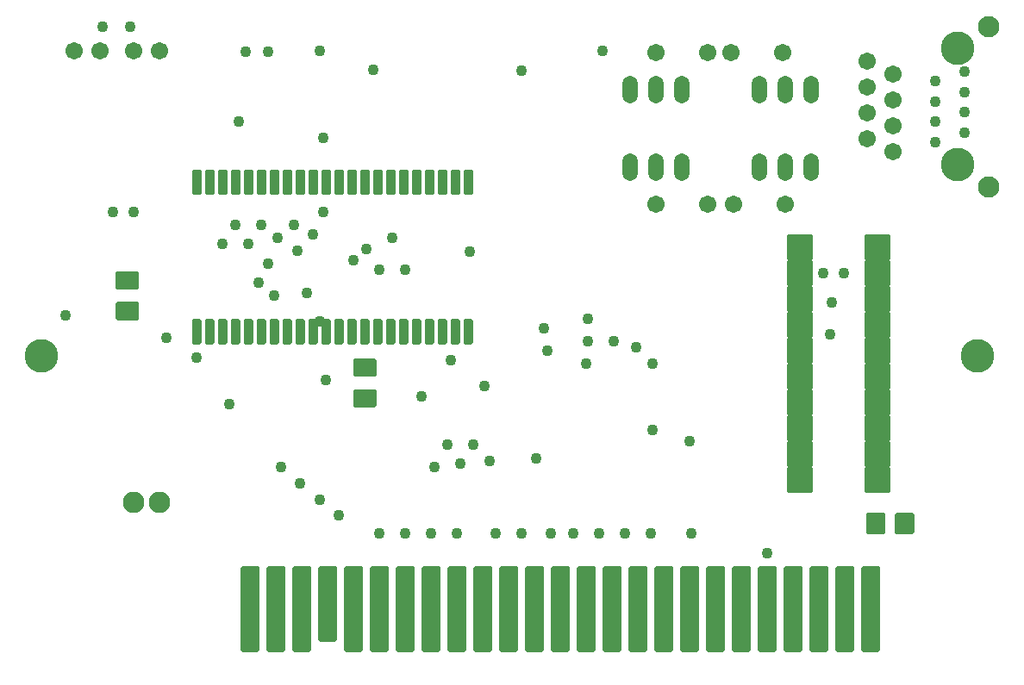
<source format=gbr>
%TF.GenerationSoftware,KiCad,Pcbnew,5.1.8-4.fc33*%
%TF.CreationDate,2021-01-04T09:43:00+01:00*%
%TF.ProjectId,obsonet_1,6f62736f-6e65-4745-9f31-2e6b69636164,rev?*%
%TF.SameCoordinates,Original*%
%TF.FileFunction,Soldermask,Top*%
%TF.FilePolarity,Negative*%
%FSLAX46Y46*%
G04 Gerber Fmt 4.6, Leading zero omitted, Abs format (unit mm)*
G04 Created by KiCad (PCBNEW 5.1.8-4.fc33) date 2021-01-04 09:43:00*
%MOMM*%
%LPD*%
G01*
G04 APERTURE LIST*
%ADD10C,2.104800*%
%ADD11C,2.100000*%
%ADD12C,3.300000*%
%ADD13C,1.712800*%
%ADD14O,1.512800X2.720800*%
%ADD15C,1.106400*%
G04 APERTURE END LIST*
%TO.C,C2*%
G36*
G01*
X109956200Y-101693200D02*
X111956200Y-101693200D01*
G75*
G02*
X112108600Y-101845600I0J-152400D01*
G01*
X112108600Y-103345600D01*
G75*
G02*
X111956200Y-103498000I-152400J0D01*
G01*
X109956200Y-103498000D01*
G75*
G02*
X109803800Y-103345600I0J152400D01*
G01*
X109803800Y-101845600D01*
G75*
G02*
X109956200Y-101693200I152400J0D01*
G01*
G37*
G36*
G01*
X109956200Y-98693200D02*
X111956200Y-98693200D01*
G75*
G02*
X112108600Y-98845600I0J-152400D01*
G01*
X112108600Y-100345600D01*
G75*
G02*
X111956200Y-100498000I-152400J0D01*
G01*
X109956200Y-100498000D01*
G75*
G02*
X109803800Y-100345600I0J152400D01*
G01*
X109803800Y-98845600D01*
G75*
G02*
X109956200Y-98693200I152400J0D01*
G01*
G37*
%TD*%
%TO.C,C3*%
G36*
G01*
X135292400Y-109070500D02*
X133292400Y-109070500D01*
G75*
G02*
X133140000Y-108918100I0J152400D01*
G01*
X133140000Y-107418100D01*
G75*
G02*
X133292400Y-107265700I152400J0D01*
G01*
X135292400Y-107265700D01*
G75*
G02*
X135444800Y-107418100I0J-152400D01*
G01*
X135444800Y-108918100D01*
G75*
G02*
X135292400Y-109070500I-152400J0D01*
G01*
G37*
G36*
G01*
X135292400Y-112070500D02*
X133292400Y-112070500D01*
G75*
G02*
X133140000Y-111918100I0J152400D01*
G01*
X133140000Y-110418100D01*
G75*
G02*
X133292400Y-110265700I152400J0D01*
G01*
X135292400Y-110265700D01*
G75*
G02*
X135444800Y-110418100I0J-152400D01*
G01*
X135444800Y-111918100D01*
G75*
G02*
X135292400Y-112070500I-152400J0D01*
G01*
G37*
%TD*%
D10*
%TO.C,C6*%
X111591100Y-121415600D03*
X114131100Y-121415600D03*
%TD*%
%TO.C,R1*%
G36*
G01*
X183511700Y-124380600D02*
X183511700Y-122577600D01*
G75*
G02*
X183664100Y-122425200I152400J0D01*
G01*
X185264100Y-122425200D01*
G75*
G02*
X185416500Y-122577600I0J-152400D01*
G01*
X185416500Y-124380600D01*
G75*
G02*
X185264100Y-124533000I-152400J0D01*
G01*
X183664100Y-124533000D01*
G75*
G02*
X183511700Y-124380600I0J152400D01*
G01*
G37*
G36*
G01*
X186355700Y-124380600D02*
X186355700Y-122577600D01*
G75*
G02*
X186508100Y-122425200I152400J0D01*
G01*
X188108100Y-122425200D01*
G75*
G02*
X188260500Y-122577600I0J-152400D01*
G01*
X188260500Y-124380600D01*
G75*
G02*
X188108100Y-124533000I-152400J0D01*
G01*
X186508100Y-124533000D01*
G75*
G02*
X186355700Y-124380600I0J152400D01*
G01*
G37*
%TD*%
D11*
%TO.C,CON2*%
X195601500Y-74647900D03*
X195601500Y-90395900D03*
D12*
X192553500Y-76806900D03*
X192553500Y-88236900D03*
D13*
X183663500Y-78076900D03*
X186203500Y-79346900D03*
X186203500Y-86966900D03*
X183663500Y-85696900D03*
X186203500Y-84426900D03*
X183663500Y-83156900D03*
X186203500Y-81886900D03*
X183663500Y-80616900D03*
%TD*%
D14*
%TO.C,TF1*%
X173027300Y-88459100D03*
X165407300Y-88459100D03*
X165407300Y-80839100D03*
X173027300Y-80839100D03*
X178107300Y-88459100D03*
X175567300Y-88459100D03*
X162867300Y-88459100D03*
X160327300Y-88459100D03*
X160327300Y-80839100D03*
X162867300Y-80839100D03*
X175567300Y-80839100D03*
X178107300Y-80839100D03*
%TD*%
D13*
%TO.C,C7*%
X175313500Y-77187800D03*
X170233500Y-77187800D03*
%TD*%
%TO.C,C8*%
X162867400Y-77187800D03*
X167947400Y-77187800D03*
%TD*%
%TO.C,C9*%
X167947400Y-92078600D03*
X162867400Y-92078600D03*
%TD*%
%TO.C,C10*%
X170487300Y-92078600D03*
X175567300Y-92078600D03*
%TD*%
%TO.C,IC6*%
G36*
G01*
X178273500Y-118068100D02*
X178273500Y-120318100D01*
G75*
G02*
X178121100Y-120470500I-152400J0D01*
G01*
X175871100Y-120470500D01*
G75*
G02*
X175718700Y-120318100I0J152400D01*
G01*
X175718700Y-118068100D01*
G75*
G02*
X175871100Y-117915700I152400J0D01*
G01*
X178121100Y-117915700D01*
G75*
G02*
X178273500Y-118068100I0J-152400D01*
G01*
G37*
G36*
G01*
X178273500Y-115528100D02*
X178273500Y-117778100D01*
G75*
G02*
X178121100Y-117930500I-152400J0D01*
G01*
X175871100Y-117930500D01*
G75*
G02*
X175718700Y-117778100I0J152400D01*
G01*
X175718700Y-115528100D01*
G75*
G02*
X175871100Y-115375700I152400J0D01*
G01*
X178121100Y-115375700D01*
G75*
G02*
X178273500Y-115528100I0J-152400D01*
G01*
G37*
G36*
G01*
X178273500Y-112988100D02*
X178273500Y-115238100D01*
G75*
G02*
X178121100Y-115390500I-152400J0D01*
G01*
X175871100Y-115390500D01*
G75*
G02*
X175718700Y-115238100I0J152400D01*
G01*
X175718700Y-112988100D01*
G75*
G02*
X175871100Y-112835700I152400J0D01*
G01*
X178121100Y-112835700D01*
G75*
G02*
X178273500Y-112988100I0J-152400D01*
G01*
G37*
G36*
G01*
X178273500Y-110448100D02*
X178273500Y-112698100D01*
G75*
G02*
X178121100Y-112850500I-152400J0D01*
G01*
X175871100Y-112850500D01*
G75*
G02*
X175718700Y-112698100I0J152400D01*
G01*
X175718700Y-110448100D01*
G75*
G02*
X175871100Y-110295700I152400J0D01*
G01*
X178121100Y-110295700D01*
G75*
G02*
X178273500Y-110448100I0J-152400D01*
G01*
G37*
G36*
G01*
X178273500Y-107908100D02*
X178273500Y-110158100D01*
G75*
G02*
X178121100Y-110310500I-152400J0D01*
G01*
X175871100Y-110310500D01*
G75*
G02*
X175718700Y-110158100I0J152400D01*
G01*
X175718700Y-107908100D01*
G75*
G02*
X175871100Y-107755700I152400J0D01*
G01*
X178121100Y-107755700D01*
G75*
G02*
X178273500Y-107908100I0J-152400D01*
G01*
G37*
G36*
G01*
X178273500Y-105368100D02*
X178273500Y-107618100D01*
G75*
G02*
X178121100Y-107770500I-152400J0D01*
G01*
X175871100Y-107770500D01*
G75*
G02*
X175718700Y-107618100I0J152400D01*
G01*
X175718700Y-105368100D01*
G75*
G02*
X175871100Y-105215700I152400J0D01*
G01*
X178121100Y-105215700D01*
G75*
G02*
X178273500Y-105368100I0J-152400D01*
G01*
G37*
G36*
G01*
X178273500Y-102828100D02*
X178273500Y-105078100D01*
G75*
G02*
X178121100Y-105230500I-152400J0D01*
G01*
X175871100Y-105230500D01*
G75*
G02*
X175718700Y-105078100I0J152400D01*
G01*
X175718700Y-102828100D01*
G75*
G02*
X175871100Y-102675700I152400J0D01*
G01*
X178121100Y-102675700D01*
G75*
G02*
X178273500Y-102828100I0J-152400D01*
G01*
G37*
G36*
G01*
X178273500Y-100288100D02*
X178273500Y-102538100D01*
G75*
G02*
X178121100Y-102690500I-152400J0D01*
G01*
X175871100Y-102690500D01*
G75*
G02*
X175718700Y-102538100I0J152400D01*
G01*
X175718700Y-100288100D01*
G75*
G02*
X175871100Y-100135700I152400J0D01*
G01*
X178121100Y-100135700D01*
G75*
G02*
X178273500Y-100288100I0J-152400D01*
G01*
G37*
G36*
G01*
X178273500Y-97748100D02*
X178273500Y-99998100D01*
G75*
G02*
X178121100Y-100150500I-152400J0D01*
G01*
X175871100Y-100150500D01*
G75*
G02*
X175718700Y-99998100I0J152400D01*
G01*
X175718700Y-97748100D01*
G75*
G02*
X175871100Y-97595700I152400J0D01*
G01*
X178121100Y-97595700D01*
G75*
G02*
X178273500Y-97748100I0J-152400D01*
G01*
G37*
G36*
G01*
X178273500Y-95208100D02*
X178273500Y-97458100D01*
G75*
G02*
X178121100Y-97610500I-152400J0D01*
G01*
X175871100Y-97610500D01*
G75*
G02*
X175718700Y-97458100I0J152400D01*
G01*
X175718700Y-95208100D01*
G75*
G02*
X175871100Y-95055700I152400J0D01*
G01*
X178121100Y-95055700D01*
G75*
G02*
X178273500Y-95208100I0J-152400D01*
G01*
G37*
G36*
G01*
X185893500Y-95208100D02*
X185893500Y-97458100D01*
G75*
G02*
X185741100Y-97610500I-152400J0D01*
G01*
X183491100Y-97610500D01*
G75*
G02*
X183338700Y-97458100I0J152400D01*
G01*
X183338700Y-95208100D01*
G75*
G02*
X183491100Y-95055700I152400J0D01*
G01*
X185741100Y-95055700D01*
G75*
G02*
X185893500Y-95208100I0J-152400D01*
G01*
G37*
G36*
G01*
X185893500Y-97748100D02*
X185893500Y-99998100D01*
G75*
G02*
X185741100Y-100150500I-152400J0D01*
G01*
X183491100Y-100150500D01*
G75*
G02*
X183338700Y-99998100I0J152400D01*
G01*
X183338700Y-97748100D01*
G75*
G02*
X183491100Y-97595700I152400J0D01*
G01*
X185741100Y-97595700D01*
G75*
G02*
X185893500Y-97748100I0J-152400D01*
G01*
G37*
G36*
G01*
X185893500Y-107908100D02*
X185893500Y-110158100D01*
G75*
G02*
X185741100Y-110310500I-152400J0D01*
G01*
X183491100Y-110310500D01*
G75*
G02*
X183338700Y-110158100I0J152400D01*
G01*
X183338700Y-107908100D01*
G75*
G02*
X183491100Y-107755700I152400J0D01*
G01*
X185741100Y-107755700D01*
G75*
G02*
X185893500Y-107908100I0J-152400D01*
G01*
G37*
G36*
G01*
X185893500Y-105368100D02*
X185893500Y-107618100D01*
G75*
G02*
X185741100Y-107770500I-152400J0D01*
G01*
X183491100Y-107770500D01*
G75*
G02*
X183338700Y-107618100I0J152400D01*
G01*
X183338700Y-105368100D01*
G75*
G02*
X183491100Y-105215700I152400J0D01*
G01*
X185741100Y-105215700D01*
G75*
G02*
X185893500Y-105368100I0J-152400D01*
G01*
G37*
G36*
G01*
X185893500Y-110448100D02*
X185893500Y-112698100D01*
G75*
G02*
X185741100Y-112850500I-152400J0D01*
G01*
X183491100Y-112850500D01*
G75*
G02*
X183338700Y-112698100I0J152400D01*
G01*
X183338700Y-110448100D01*
G75*
G02*
X183491100Y-110295700I152400J0D01*
G01*
X185741100Y-110295700D01*
G75*
G02*
X185893500Y-110448100I0J-152400D01*
G01*
G37*
G36*
G01*
X185893500Y-112988100D02*
X185893500Y-115238100D01*
G75*
G02*
X185741100Y-115390500I-152400J0D01*
G01*
X183491100Y-115390500D01*
G75*
G02*
X183338700Y-115238100I0J152400D01*
G01*
X183338700Y-112988100D01*
G75*
G02*
X183491100Y-112835700I152400J0D01*
G01*
X185741100Y-112835700D01*
G75*
G02*
X185893500Y-112988100I0J-152400D01*
G01*
G37*
G36*
G01*
X185893500Y-100288100D02*
X185893500Y-102538100D01*
G75*
G02*
X185741100Y-102690500I-152400J0D01*
G01*
X183491100Y-102690500D01*
G75*
G02*
X183338700Y-102538100I0J152400D01*
G01*
X183338700Y-100288100D01*
G75*
G02*
X183491100Y-100135700I152400J0D01*
G01*
X185741100Y-100135700D01*
G75*
G02*
X185893500Y-100288100I0J-152400D01*
G01*
G37*
G36*
G01*
X185893500Y-102828100D02*
X185893500Y-105078100D01*
G75*
G02*
X185741100Y-105230500I-152400J0D01*
G01*
X183491100Y-105230500D01*
G75*
G02*
X183338700Y-105078100I0J152400D01*
G01*
X183338700Y-102828100D01*
G75*
G02*
X183491100Y-102675700I152400J0D01*
G01*
X185741100Y-102675700D01*
G75*
G02*
X185893500Y-102828100I0J-152400D01*
G01*
G37*
G36*
G01*
X185893500Y-115528100D02*
X185893500Y-117778100D01*
G75*
G02*
X185741100Y-117930500I-152400J0D01*
G01*
X183491100Y-117930500D01*
G75*
G02*
X183338700Y-117778100I0J152400D01*
G01*
X183338700Y-115528100D01*
G75*
G02*
X183491100Y-115375700I152400J0D01*
G01*
X185741100Y-115375700D01*
G75*
G02*
X185893500Y-115528100I0J-152400D01*
G01*
G37*
G36*
G01*
X185893500Y-118068100D02*
X185893500Y-120318100D01*
G75*
G02*
X185741100Y-120470500I-152400J0D01*
G01*
X183491100Y-120470500D01*
G75*
G02*
X183338700Y-120318100I0J152400D01*
G01*
X183338700Y-118068100D01*
G75*
G02*
X183491100Y-117915700I152400J0D01*
G01*
X185741100Y-117915700D01*
G75*
G02*
X185893500Y-118068100I0J-152400D01*
G01*
G37*
%TD*%
%TO.C,LED1*%
X108257500Y-77029200D03*
X105717500Y-77029200D03*
%TD*%
%TO.C,LED2*%
X111591100Y-77029100D03*
X114131100Y-77029100D03*
%TD*%
%TO.C,IC1*%
G36*
G01*
X144904800Y-103525600D02*
X144904800Y-105725600D01*
G75*
G02*
X144752400Y-105878000I-152400J0D01*
G01*
X144152400Y-105878000D01*
G75*
G02*
X144000000Y-105725600I0J152400D01*
G01*
X144000000Y-103525600D01*
G75*
G02*
X144152400Y-103373200I152400J0D01*
G01*
X144752400Y-103373200D01*
G75*
G02*
X144904800Y-103525600I0J-152400D01*
G01*
G37*
G36*
G01*
X143634800Y-103525600D02*
X143634800Y-105725600D01*
G75*
G02*
X143482400Y-105878000I-152400J0D01*
G01*
X142882400Y-105878000D01*
G75*
G02*
X142730000Y-105725600I0J152400D01*
G01*
X142730000Y-103525600D01*
G75*
G02*
X142882400Y-103373200I152400J0D01*
G01*
X143482400Y-103373200D01*
G75*
G02*
X143634800Y-103525600I0J-152400D01*
G01*
G37*
G36*
G01*
X142364800Y-103525600D02*
X142364800Y-105725600D01*
G75*
G02*
X142212400Y-105878000I-152400J0D01*
G01*
X141612400Y-105878000D01*
G75*
G02*
X141460000Y-105725600I0J152400D01*
G01*
X141460000Y-103525600D01*
G75*
G02*
X141612400Y-103373200I152400J0D01*
G01*
X142212400Y-103373200D01*
G75*
G02*
X142364800Y-103525600I0J-152400D01*
G01*
G37*
G36*
G01*
X141094800Y-103525600D02*
X141094800Y-105725600D01*
G75*
G02*
X140942400Y-105878000I-152400J0D01*
G01*
X140342400Y-105878000D01*
G75*
G02*
X140190000Y-105725600I0J152400D01*
G01*
X140190000Y-103525600D01*
G75*
G02*
X140342400Y-103373200I152400J0D01*
G01*
X140942400Y-103373200D01*
G75*
G02*
X141094800Y-103525600I0J-152400D01*
G01*
G37*
G36*
G01*
X139824800Y-103525600D02*
X139824800Y-105725600D01*
G75*
G02*
X139672400Y-105878000I-152400J0D01*
G01*
X139072400Y-105878000D01*
G75*
G02*
X138920000Y-105725600I0J152400D01*
G01*
X138920000Y-103525600D01*
G75*
G02*
X139072400Y-103373200I152400J0D01*
G01*
X139672400Y-103373200D01*
G75*
G02*
X139824800Y-103525600I0J-152400D01*
G01*
G37*
G36*
G01*
X138554800Y-103525600D02*
X138554800Y-105725600D01*
G75*
G02*
X138402400Y-105878000I-152400J0D01*
G01*
X137802400Y-105878000D01*
G75*
G02*
X137650000Y-105725600I0J152400D01*
G01*
X137650000Y-103525600D01*
G75*
G02*
X137802400Y-103373200I152400J0D01*
G01*
X138402400Y-103373200D01*
G75*
G02*
X138554800Y-103525600I0J-152400D01*
G01*
G37*
G36*
G01*
X137284800Y-103525600D02*
X137284800Y-105725600D01*
G75*
G02*
X137132400Y-105878000I-152400J0D01*
G01*
X136532400Y-105878000D01*
G75*
G02*
X136380000Y-105725600I0J152400D01*
G01*
X136380000Y-103525600D01*
G75*
G02*
X136532400Y-103373200I152400J0D01*
G01*
X137132400Y-103373200D01*
G75*
G02*
X137284800Y-103525600I0J-152400D01*
G01*
G37*
G36*
G01*
X136014800Y-103525600D02*
X136014800Y-105725600D01*
G75*
G02*
X135862400Y-105878000I-152400J0D01*
G01*
X135262400Y-105878000D01*
G75*
G02*
X135110000Y-105725600I0J152400D01*
G01*
X135110000Y-103525600D01*
G75*
G02*
X135262400Y-103373200I152400J0D01*
G01*
X135862400Y-103373200D01*
G75*
G02*
X136014800Y-103525600I0J-152400D01*
G01*
G37*
G36*
G01*
X134744800Y-103525600D02*
X134744800Y-105725600D01*
G75*
G02*
X134592400Y-105878000I-152400J0D01*
G01*
X133992400Y-105878000D01*
G75*
G02*
X133840000Y-105725600I0J152400D01*
G01*
X133840000Y-103525600D01*
G75*
G02*
X133992400Y-103373200I152400J0D01*
G01*
X134592400Y-103373200D01*
G75*
G02*
X134744800Y-103525600I0J-152400D01*
G01*
G37*
G36*
G01*
X133474800Y-103525600D02*
X133474800Y-105725600D01*
G75*
G02*
X133322400Y-105878000I-152400J0D01*
G01*
X132722400Y-105878000D01*
G75*
G02*
X132570000Y-105725600I0J152400D01*
G01*
X132570000Y-103525600D01*
G75*
G02*
X132722400Y-103373200I152400J0D01*
G01*
X133322400Y-103373200D01*
G75*
G02*
X133474800Y-103525600I0J-152400D01*
G01*
G37*
G36*
G01*
X132204800Y-103525600D02*
X132204800Y-105725600D01*
G75*
G02*
X132052400Y-105878000I-152400J0D01*
G01*
X131452400Y-105878000D01*
G75*
G02*
X131300000Y-105725600I0J152400D01*
G01*
X131300000Y-103525600D01*
G75*
G02*
X131452400Y-103373200I152400J0D01*
G01*
X132052400Y-103373200D01*
G75*
G02*
X132204800Y-103525600I0J-152400D01*
G01*
G37*
G36*
G01*
X130934800Y-103525600D02*
X130934800Y-105725600D01*
G75*
G02*
X130782400Y-105878000I-152400J0D01*
G01*
X130182400Y-105878000D01*
G75*
G02*
X130030000Y-105725600I0J152400D01*
G01*
X130030000Y-103525600D01*
G75*
G02*
X130182400Y-103373200I152400J0D01*
G01*
X130782400Y-103373200D01*
G75*
G02*
X130934800Y-103525600I0J-152400D01*
G01*
G37*
G36*
G01*
X129664800Y-103525600D02*
X129664800Y-105725600D01*
G75*
G02*
X129512400Y-105878000I-152400J0D01*
G01*
X128912400Y-105878000D01*
G75*
G02*
X128760000Y-105725600I0J152400D01*
G01*
X128760000Y-103525600D01*
G75*
G02*
X128912400Y-103373200I152400J0D01*
G01*
X129512400Y-103373200D01*
G75*
G02*
X129664800Y-103525600I0J-152400D01*
G01*
G37*
G36*
G01*
X128394800Y-103525600D02*
X128394800Y-105725600D01*
G75*
G02*
X128242400Y-105878000I-152400J0D01*
G01*
X127642400Y-105878000D01*
G75*
G02*
X127490000Y-105725600I0J152400D01*
G01*
X127490000Y-103525600D01*
G75*
G02*
X127642400Y-103373200I152400J0D01*
G01*
X128242400Y-103373200D01*
G75*
G02*
X128394800Y-103525600I0J-152400D01*
G01*
G37*
G36*
G01*
X127124800Y-103525600D02*
X127124800Y-105725600D01*
G75*
G02*
X126972400Y-105878000I-152400J0D01*
G01*
X126372400Y-105878000D01*
G75*
G02*
X126220000Y-105725600I0J152400D01*
G01*
X126220000Y-103525600D01*
G75*
G02*
X126372400Y-103373200I152400J0D01*
G01*
X126972400Y-103373200D01*
G75*
G02*
X127124800Y-103525600I0J-152400D01*
G01*
G37*
G36*
G01*
X125854800Y-103525600D02*
X125854800Y-105725600D01*
G75*
G02*
X125702400Y-105878000I-152400J0D01*
G01*
X125102400Y-105878000D01*
G75*
G02*
X124950000Y-105725600I0J152400D01*
G01*
X124950000Y-103525600D01*
G75*
G02*
X125102400Y-103373200I152400J0D01*
G01*
X125702400Y-103373200D01*
G75*
G02*
X125854800Y-103525600I0J-152400D01*
G01*
G37*
G36*
G01*
X124584800Y-103525600D02*
X124584800Y-105725600D01*
G75*
G02*
X124432400Y-105878000I-152400J0D01*
G01*
X123832400Y-105878000D01*
G75*
G02*
X123680000Y-105725600I0J152400D01*
G01*
X123680000Y-103525600D01*
G75*
G02*
X123832400Y-103373200I152400J0D01*
G01*
X124432400Y-103373200D01*
G75*
G02*
X124584800Y-103525600I0J-152400D01*
G01*
G37*
G36*
G01*
X123314800Y-103525600D02*
X123314800Y-105725600D01*
G75*
G02*
X123162400Y-105878000I-152400J0D01*
G01*
X122562400Y-105878000D01*
G75*
G02*
X122410000Y-105725600I0J152400D01*
G01*
X122410000Y-103525600D01*
G75*
G02*
X122562400Y-103373200I152400J0D01*
G01*
X123162400Y-103373200D01*
G75*
G02*
X123314800Y-103525600I0J-152400D01*
G01*
G37*
G36*
G01*
X122044800Y-103525600D02*
X122044800Y-105725600D01*
G75*
G02*
X121892400Y-105878000I-152400J0D01*
G01*
X121292400Y-105878000D01*
G75*
G02*
X121140000Y-105725600I0J152400D01*
G01*
X121140000Y-103525600D01*
G75*
G02*
X121292400Y-103373200I152400J0D01*
G01*
X121892400Y-103373200D01*
G75*
G02*
X122044800Y-103525600I0J-152400D01*
G01*
G37*
G36*
G01*
X120774800Y-103525600D02*
X120774800Y-105725600D01*
G75*
G02*
X120622400Y-105878000I-152400J0D01*
G01*
X120022400Y-105878000D01*
G75*
G02*
X119870000Y-105725600I0J152400D01*
G01*
X119870000Y-103525600D01*
G75*
G02*
X120022400Y-103373200I152400J0D01*
G01*
X120622400Y-103373200D01*
G75*
G02*
X120774800Y-103525600I0J-152400D01*
G01*
G37*
G36*
G01*
X119504800Y-103525600D02*
X119504800Y-105725600D01*
G75*
G02*
X119352400Y-105878000I-152400J0D01*
G01*
X118752400Y-105878000D01*
G75*
G02*
X118600000Y-105725600I0J152400D01*
G01*
X118600000Y-103525600D01*
G75*
G02*
X118752400Y-103373200I152400J0D01*
G01*
X119352400Y-103373200D01*
G75*
G02*
X119504800Y-103525600I0J-152400D01*
G01*
G37*
G36*
G01*
X118234800Y-103525600D02*
X118234800Y-105725600D01*
G75*
G02*
X118082400Y-105878000I-152400J0D01*
G01*
X117482400Y-105878000D01*
G75*
G02*
X117330000Y-105725600I0J152400D01*
G01*
X117330000Y-103525600D01*
G75*
G02*
X117482400Y-103373200I152400J0D01*
G01*
X118082400Y-103373200D01*
G75*
G02*
X118234800Y-103525600I0J-152400D01*
G01*
G37*
G36*
G01*
X118234800Y-88845600D02*
X118234800Y-91045600D01*
G75*
G02*
X118082400Y-91198000I-152400J0D01*
G01*
X117482400Y-91198000D01*
G75*
G02*
X117330000Y-91045600I0J152400D01*
G01*
X117330000Y-88845600D01*
G75*
G02*
X117482400Y-88693200I152400J0D01*
G01*
X118082400Y-88693200D01*
G75*
G02*
X118234800Y-88845600I0J-152400D01*
G01*
G37*
G36*
G01*
X119504800Y-88845600D02*
X119504800Y-91045600D01*
G75*
G02*
X119352400Y-91198000I-152400J0D01*
G01*
X118752400Y-91198000D01*
G75*
G02*
X118600000Y-91045600I0J152400D01*
G01*
X118600000Y-88845600D01*
G75*
G02*
X118752400Y-88693200I152400J0D01*
G01*
X119352400Y-88693200D01*
G75*
G02*
X119504800Y-88845600I0J-152400D01*
G01*
G37*
G36*
G01*
X120774800Y-88845600D02*
X120774800Y-91045600D01*
G75*
G02*
X120622400Y-91198000I-152400J0D01*
G01*
X120022400Y-91198000D01*
G75*
G02*
X119870000Y-91045600I0J152400D01*
G01*
X119870000Y-88845600D01*
G75*
G02*
X120022400Y-88693200I152400J0D01*
G01*
X120622400Y-88693200D01*
G75*
G02*
X120774800Y-88845600I0J-152400D01*
G01*
G37*
G36*
G01*
X122044800Y-88845600D02*
X122044800Y-91045600D01*
G75*
G02*
X121892400Y-91198000I-152400J0D01*
G01*
X121292400Y-91198000D01*
G75*
G02*
X121140000Y-91045600I0J152400D01*
G01*
X121140000Y-88845600D01*
G75*
G02*
X121292400Y-88693200I152400J0D01*
G01*
X121892400Y-88693200D01*
G75*
G02*
X122044800Y-88845600I0J-152400D01*
G01*
G37*
G36*
G01*
X123314800Y-88845600D02*
X123314800Y-91045600D01*
G75*
G02*
X123162400Y-91198000I-152400J0D01*
G01*
X122562400Y-91198000D01*
G75*
G02*
X122410000Y-91045600I0J152400D01*
G01*
X122410000Y-88845600D01*
G75*
G02*
X122562400Y-88693200I152400J0D01*
G01*
X123162400Y-88693200D01*
G75*
G02*
X123314800Y-88845600I0J-152400D01*
G01*
G37*
G36*
G01*
X124584800Y-88845600D02*
X124584800Y-91045600D01*
G75*
G02*
X124432400Y-91198000I-152400J0D01*
G01*
X123832400Y-91198000D01*
G75*
G02*
X123680000Y-91045600I0J152400D01*
G01*
X123680000Y-88845600D01*
G75*
G02*
X123832400Y-88693200I152400J0D01*
G01*
X124432400Y-88693200D01*
G75*
G02*
X124584800Y-88845600I0J-152400D01*
G01*
G37*
G36*
G01*
X125854800Y-88845600D02*
X125854800Y-91045600D01*
G75*
G02*
X125702400Y-91198000I-152400J0D01*
G01*
X125102400Y-91198000D01*
G75*
G02*
X124950000Y-91045600I0J152400D01*
G01*
X124950000Y-88845600D01*
G75*
G02*
X125102400Y-88693200I152400J0D01*
G01*
X125702400Y-88693200D01*
G75*
G02*
X125854800Y-88845600I0J-152400D01*
G01*
G37*
G36*
G01*
X127124800Y-88845600D02*
X127124800Y-91045600D01*
G75*
G02*
X126972400Y-91198000I-152400J0D01*
G01*
X126372400Y-91198000D01*
G75*
G02*
X126220000Y-91045600I0J152400D01*
G01*
X126220000Y-88845600D01*
G75*
G02*
X126372400Y-88693200I152400J0D01*
G01*
X126972400Y-88693200D01*
G75*
G02*
X127124800Y-88845600I0J-152400D01*
G01*
G37*
G36*
G01*
X136014800Y-88845600D02*
X136014800Y-91045600D01*
G75*
G02*
X135862400Y-91198000I-152400J0D01*
G01*
X135262400Y-91198000D01*
G75*
G02*
X135110000Y-91045600I0J152400D01*
G01*
X135110000Y-88845600D01*
G75*
G02*
X135262400Y-88693200I152400J0D01*
G01*
X135862400Y-88693200D01*
G75*
G02*
X136014800Y-88845600I0J-152400D01*
G01*
G37*
G36*
G01*
X133474800Y-88845600D02*
X133474800Y-91045600D01*
G75*
G02*
X133322400Y-91198000I-152400J0D01*
G01*
X132722400Y-91198000D01*
G75*
G02*
X132570000Y-91045600I0J152400D01*
G01*
X132570000Y-88845600D01*
G75*
G02*
X132722400Y-88693200I152400J0D01*
G01*
X133322400Y-88693200D01*
G75*
G02*
X133474800Y-88845600I0J-152400D01*
G01*
G37*
G36*
G01*
X137284800Y-88845600D02*
X137284800Y-91045600D01*
G75*
G02*
X137132400Y-91198000I-152400J0D01*
G01*
X136532400Y-91198000D01*
G75*
G02*
X136380000Y-91045600I0J152400D01*
G01*
X136380000Y-88845600D01*
G75*
G02*
X136532400Y-88693200I152400J0D01*
G01*
X137132400Y-88693200D01*
G75*
G02*
X137284800Y-88845600I0J-152400D01*
G01*
G37*
G36*
G01*
X139824800Y-88845600D02*
X139824800Y-91045600D01*
G75*
G02*
X139672400Y-91198000I-152400J0D01*
G01*
X139072400Y-91198000D01*
G75*
G02*
X138920000Y-91045600I0J152400D01*
G01*
X138920000Y-88845600D01*
G75*
G02*
X139072400Y-88693200I152400J0D01*
G01*
X139672400Y-88693200D01*
G75*
G02*
X139824800Y-88845600I0J-152400D01*
G01*
G37*
G36*
G01*
X134744800Y-88845600D02*
X134744800Y-91045600D01*
G75*
G02*
X134592400Y-91198000I-152400J0D01*
G01*
X133992400Y-91198000D01*
G75*
G02*
X133840000Y-91045600I0J152400D01*
G01*
X133840000Y-88845600D01*
G75*
G02*
X133992400Y-88693200I152400J0D01*
G01*
X134592400Y-88693200D01*
G75*
G02*
X134744800Y-88845600I0J-152400D01*
G01*
G37*
G36*
G01*
X138554800Y-88845600D02*
X138554800Y-91045600D01*
G75*
G02*
X138402400Y-91198000I-152400J0D01*
G01*
X137802400Y-91198000D01*
G75*
G02*
X137650000Y-91045600I0J152400D01*
G01*
X137650000Y-88845600D01*
G75*
G02*
X137802400Y-88693200I152400J0D01*
G01*
X138402400Y-88693200D01*
G75*
G02*
X138554800Y-88845600I0J-152400D01*
G01*
G37*
G36*
G01*
X132204800Y-88845600D02*
X132204800Y-91045600D01*
G75*
G02*
X132052400Y-91198000I-152400J0D01*
G01*
X131452400Y-91198000D01*
G75*
G02*
X131300000Y-91045600I0J152400D01*
G01*
X131300000Y-88845600D01*
G75*
G02*
X131452400Y-88693200I152400J0D01*
G01*
X132052400Y-88693200D01*
G75*
G02*
X132204800Y-88845600I0J-152400D01*
G01*
G37*
G36*
G01*
X130934800Y-88845600D02*
X130934800Y-91045600D01*
G75*
G02*
X130782400Y-91198000I-152400J0D01*
G01*
X130182400Y-91198000D01*
G75*
G02*
X130030000Y-91045600I0J152400D01*
G01*
X130030000Y-88845600D01*
G75*
G02*
X130182400Y-88693200I152400J0D01*
G01*
X130782400Y-88693200D01*
G75*
G02*
X130934800Y-88845600I0J-152400D01*
G01*
G37*
G36*
G01*
X128394800Y-88845600D02*
X128394800Y-91045600D01*
G75*
G02*
X128242400Y-91198000I-152400J0D01*
G01*
X127642400Y-91198000D01*
G75*
G02*
X127490000Y-91045600I0J152400D01*
G01*
X127490000Y-88845600D01*
G75*
G02*
X127642400Y-88693200I152400J0D01*
G01*
X128242400Y-88693200D01*
G75*
G02*
X128394800Y-88845600I0J-152400D01*
G01*
G37*
G36*
G01*
X141094800Y-88845600D02*
X141094800Y-91045600D01*
G75*
G02*
X140942400Y-91198000I-152400J0D01*
G01*
X140342400Y-91198000D01*
G75*
G02*
X140190000Y-91045600I0J152400D01*
G01*
X140190000Y-88845600D01*
G75*
G02*
X140342400Y-88693200I152400J0D01*
G01*
X140942400Y-88693200D01*
G75*
G02*
X141094800Y-88845600I0J-152400D01*
G01*
G37*
G36*
G01*
X142364800Y-88845600D02*
X142364800Y-91045600D01*
G75*
G02*
X142212400Y-91198000I-152400J0D01*
G01*
X141612400Y-91198000D01*
G75*
G02*
X141460000Y-91045600I0J152400D01*
G01*
X141460000Y-88845600D01*
G75*
G02*
X141612400Y-88693200I152400J0D01*
G01*
X142212400Y-88693200D01*
G75*
G02*
X142364800Y-88845600I0J-152400D01*
G01*
G37*
G36*
G01*
X144904800Y-88845600D02*
X144904800Y-91045600D01*
G75*
G02*
X144752400Y-91198000I-152400J0D01*
G01*
X144152400Y-91198000D01*
G75*
G02*
X144000000Y-91045600I0J152400D01*
G01*
X144000000Y-88845600D01*
G75*
G02*
X144152400Y-88693200I152400J0D01*
G01*
X144752400Y-88693200D01*
G75*
G02*
X144904800Y-88845600I0J-152400D01*
G01*
G37*
G36*
G01*
X129664800Y-88845600D02*
X129664800Y-91045600D01*
G75*
G02*
X129512400Y-91198000I-152400J0D01*
G01*
X128912400Y-91198000D01*
G75*
G02*
X128760000Y-91045600I0J152400D01*
G01*
X128760000Y-88845600D01*
G75*
G02*
X128912400Y-88693200I152400J0D01*
G01*
X129512400Y-88693200D01*
G75*
G02*
X129664800Y-88845600I0J-152400D01*
G01*
G37*
G36*
G01*
X143634800Y-88845600D02*
X143634800Y-91045600D01*
G75*
G02*
X143482400Y-91198000I-152400J0D01*
G01*
X142882400Y-91198000D01*
G75*
G02*
X142730000Y-91045600I0J152400D01*
G01*
X142730000Y-88845600D01*
G75*
G02*
X142882400Y-88693200I152400J0D01*
G01*
X143482400Y-88693200D01*
G75*
G02*
X143634800Y-88845600I0J-152400D01*
G01*
G37*
%TD*%
D12*
%TO.C,CON1*%
X194501100Y-107003600D03*
X102501100Y-107003600D03*
G36*
G01*
X122119400Y-135936400D02*
X122119400Y-127808400D01*
G75*
G02*
X122271800Y-127656000I152400J0D01*
G01*
X123770400Y-127656000D01*
G75*
G02*
X123922800Y-127808400I0J-152400D01*
G01*
X123922800Y-135936400D01*
G75*
G02*
X123770400Y-136088800I-152400J0D01*
G01*
X122271800Y-136088800D01*
G75*
G02*
X122119400Y-135936400I0J152400D01*
G01*
G37*
G36*
G01*
X124659400Y-135936400D02*
X124659400Y-127808400D01*
G75*
G02*
X124811800Y-127656000I152400J0D01*
G01*
X126310400Y-127656000D01*
G75*
G02*
X126462800Y-127808400I0J-152400D01*
G01*
X126462800Y-135936400D01*
G75*
G02*
X126310400Y-136088800I-152400J0D01*
G01*
X124811800Y-136088800D01*
G75*
G02*
X124659400Y-135936400I0J152400D01*
G01*
G37*
G36*
G01*
X127199400Y-135936400D02*
X127199400Y-127808400D01*
G75*
G02*
X127351800Y-127656000I152400J0D01*
G01*
X128850400Y-127656000D01*
G75*
G02*
X129002800Y-127808400I0J-152400D01*
G01*
X129002800Y-135936400D01*
G75*
G02*
X128850400Y-136088800I-152400J0D01*
G01*
X127351800Y-136088800D01*
G75*
G02*
X127199400Y-135936400I0J152400D01*
G01*
G37*
G36*
G01*
X129739400Y-134941100D02*
X129739400Y-127803700D01*
G75*
G02*
X129891800Y-127651300I152400J0D01*
G01*
X131390400Y-127651300D01*
G75*
G02*
X131542800Y-127803700I0J-152400D01*
G01*
X131542800Y-134941100D01*
G75*
G02*
X131390400Y-135093500I-152400J0D01*
G01*
X129891800Y-135093500D01*
G75*
G02*
X129739400Y-134941100I0J152400D01*
G01*
G37*
G36*
G01*
X132279400Y-135936400D02*
X132279400Y-127808400D01*
G75*
G02*
X132431800Y-127656000I152400J0D01*
G01*
X133930400Y-127656000D01*
G75*
G02*
X134082800Y-127808400I0J-152400D01*
G01*
X134082800Y-135936400D01*
G75*
G02*
X133930400Y-136088800I-152400J0D01*
G01*
X132431800Y-136088800D01*
G75*
G02*
X132279400Y-135936400I0J152400D01*
G01*
G37*
G36*
G01*
X134819400Y-135936400D02*
X134819400Y-127808400D01*
G75*
G02*
X134971800Y-127656000I152400J0D01*
G01*
X136470400Y-127656000D01*
G75*
G02*
X136622800Y-127808400I0J-152400D01*
G01*
X136622800Y-135936400D01*
G75*
G02*
X136470400Y-136088800I-152400J0D01*
G01*
X134971800Y-136088800D01*
G75*
G02*
X134819400Y-135936400I0J152400D01*
G01*
G37*
G36*
G01*
X137359400Y-135936400D02*
X137359400Y-127808400D01*
G75*
G02*
X137511800Y-127656000I152400J0D01*
G01*
X139010400Y-127656000D01*
G75*
G02*
X139162800Y-127808400I0J-152400D01*
G01*
X139162800Y-135936400D01*
G75*
G02*
X139010400Y-136088800I-152400J0D01*
G01*
X137511800Y-136088800D01*
G75*
G02*
X137359400Y-135936400I0J152400D01*
G01*
G37*
G36*
G01*
X139899400Y-135936400D02*
X139899400Y-127808400D01*
G75*
G02*
X140051800Y-127656000I152400J0D01*
G01*
X141550400Y-127656000D01*
G75*
G02*
X141702800Y-127808400I0J-152400D01*
G01*
X141702800Y-135936400D01*
G75*
G02*
X141550400Y-136088800I-152400J0D01*
G01*
X140051800Y-136088800D01*
G75*
G02*
X139899400Y-135936400I0J152400D01*
G01*
G37*
G36*
G01*
X142439400Y-135936400D02*
X142439400Y-127808400D01*
G75*
G02*
X142591800Y-127656000I152400J0D01*
G01*
X144090400Y-127656000D01*
G75*
G02*
X144242800Y-127808400I0J-152400D01*
G01*
X144242800Y-135936400D01*
G75*
G02*
X144090400Y-136088800I-152400J0D01*
G01*
X142591800Y-136088800D01*
G75*
G02*
X142439400Y-135936400I0J152400D01*
G01*
G37*
G36*
G01*
X144979400Y-135936400D02*
X144979400Y-127808400D01*
G75*
G02*
X145131800Y-127656000I152400J0D01*
G01*
X146630400Y-127656000D01*
G75*
G02*
X146782800Y-127808400I0J-152400D01*
G01*
X146782800Y-135936400D01*
G75*
G02*
X146630400Y-136088800I-152400J0D01*
G01*
X145131800Y-136088800D01*
G75*
G02*
X144979400Y-135936400I0J152400D01*
G01*
G37*
G36*
G01*
X147519400Y-135936400D02*
X147519400Y-127808400D01*
G75*
G02*
X147671800Y-127656000I152400J0D01*
G01*
X149170400Y-127656000D01*
G75*
G02*
X149322800Y-127808400I0J-152400D01*
G01*
X149322800Y-135936400D01*
G75*
G02*
X149170400Y-136088800I-152400J0D01*
G01*
X147671800Y-136088800D01*
G75*
G02*
X147519400Y-135936400I0J152400D01*
G01*
G37*
G36*
G01*
X150059400Y-135936400D02*
X150059400Y-127808400D01*
G75*
G02*
X150211800Y-127656000I152400J0D01*
G01*
X151710400Y-127656000D01*
G75*
G02*
X151862800Y-127808400I0J-152400D01*
G01*
X151862800Y-135936400D01*
G75*
G02*
X151710400Y-136088800I-152400J0D01*
G01*
X150211800Y-136088800D01*
G75*
G02*
X150059400Y-135936400I0J152400D01*
G01*
G37*
G36*
G01*
X152599400Y-135936400D02*
X152599400Y-127808400D01*
G75*
G02*
X152751800Y-127656000I152400J0D01*
G01*
X154250400Y-127656000D01*
G75*
G02*
X154402800Y-127808400I0J-152400D01*
G01*
X154402800Y-135936400D01*
G75*
G02*
X154250400Y-136088800I-152400J0D01*
G01*
X152751800Y-136088800D01*
G75*
G02*
X152599400Y-135936400I0J152400D01*
G01*
G37*
G36*
G01*
X155139400Y-135936400D02*
X155139400Y-127808400D01*
G75*
G02*
X155291800Y-127656000I152400J0D01*
G01*
X156790400Y-127656000D01*
G75*
G02*
X156942800Y-127808400I0J-152400D01*
G01*
X156942800Y-135936400D01*
G75*
G02*
X156790400Y-136088800I-152400J0D01*
G01*
X155291800Y-136088800D01*
G75*
G02*
X155139400Y-135936400I0J152400D01*
G01*
G37*
G36*
G01*
X157679400Y-135936400D02*
X157679400Y-127808400D01*
G75*
G02*
X157831800Y-127656000I152400J0D01*
G01*
X159330400Y-127656000D01*
G75*
G02*
X159482800Y-127808400I0J-152400D01*
G01*
X159482800Y-135936400D01*
G75*
G02*
X159330400Y-136088800I-152400J0D01*
G01*
X157831800Y-136088800D01*
G75*
G02*
X157679400Y-135936400I0J152400D01*
G01*
G37*
G36*
G01*
X160219400Y-135936400D02*
X160219400Y-127808400D01*
G75*
G02*
X160371800Y-127656000I152400J0D01*
G01*
X161870400Y-127656000D01*
G75*
G02*
X162022800Y-127808400I0J-152400D01*
G01*
X162022800Y-135936400D01*
G75*
G02*
X161870400Y-136088800I-152400J0D01*
G01*
X160371800Y-136088800D01*
G75*
G02*
X160219400Y-135936400I0J152400D01*
G01*
G37*
G36*
G01*
X162759400Y-135936400D02*
X162759400Y-127808400D01*
G75*
G02*
X162911800Y-127656000I152400J0D01*
G01*
X164410400Y-127656000D01*
G75*
G02*
X164562800Y-127808400I0J-152400D01*
G01*
X164562800Y-135936400D01*
G75*
G02*
X164410400Y-136088800I-152400J0D01*
G01*
X162911800Y-136088800D01*
G75*
G02*
X162759400Y-135936400I0J152400D01*
G01*
G37*
G36*
G01*
X165299400Y-135936400D02*
X165299400Y-127808400D01*
G75*
G02*
X165451800Y-127656000I152400J0D01*
G01*
X166950400Y-127656000D01*
G75*
G02*
X167102800Y-127808400I0J-152400D01*
G01*
X167102800Y-135936400D01*
G75*
G02*
X166950400Y-136088800I-152400J0D01*
G01*
X165451800Y-136088800D01*
G75*
G02*
X165299400Y-135936400I0J152400D01*
G01*
G37*
G36*
G01*
X167839400Y-135936400D02*
X167839400Y-127808400D01*
G75*
G02*
X167991800Y-127656000I152400J0D01*
G01*
X169490400Y-127656000D01*
G75*
G02*
X169642800Y-127808400I0J-152400D01*
G01*
X169642800Y-135936400D01*
G75*
G02*
X169490400Y-136088800I-152400J0D01*
G01*
X167991800Y-136088800D01*
G75*
G02*
X167839400Y-135936400I0J152400D01*
G01*
G37*
G36*
G01*
X170379400Y-135936400D02*
X170379400Y-127808400D01*
G75*
G02*
X170531800Y-127656000I152400J0D01*
G01*
X172030400Y-127656000D01*
G75*
G02*
X172182800Y-127808400I0J-152400D01*
G01*
X172182800Y-135936400D01*
G75*
G02*
X172030400Y-136088800I-152400J0D01*
G01*
X170531800Y-136088800D01*
G75*
G02*
X170379400Y-135936400I0J152400D01*
G01*
G37*
G36*
G01*
X172919400Y-135936400D02*
X172919400Y-127808400D01*
G75*
G02*
X173071800Y-127656000I152400J0D01*
G01*
X174570400Y-127656000D01*
G75*
G02*
X174722800Y-127808400I0J-152400D01*
G01*
X174722800Y-135936400D01*
G75*
G02*
X174570400Y-136088800I-152400J0D01*
G01*
X173071800Y-136088800D01*
G75*
G02*
X172919400Y-135936400I0J152400D01*
G01*
G37*
G36*
G01*
X175459400Y-135936400D02*
X175459400Y-127808400D01*
G75*
G02*
X175611800Y-127656000I152400J0D01*
G01*
X177110400Y-127656000D01*
G75*
G02*
X177262800Y-127808400I0J-152400D01*
G01*
X177262800Y-135936400D01*
G75*
G02*
X177110400Y-136088800I-152400J0D01*
G01*
X175611800Y-136088800D01*
G75*
G02*
X175459400Y-135936400I0J152400D01*
G01*
G37*
G36*
G01*
X177999400Y-135936400D02*
X177999400Y-127808400D01*
G75*
G02*
X178151800Y-127656000I152400J0D01*
G01*
X179650400Y-127656000D01*
G75*
G02*
X179802800Y-127808400I0J-152400D01*
G01*
X179802800Y-135936400D01*
G75*
G02*
X179650400Y-136088800I-152400J0D01*
G01*
X178151800Y-136088800D01*
G75*
G02*
X177999400Y-135936400I0J152400D01*
G01*
G37*
G36*
G01*
X180539400Y-135936400D02*
X180539400Y-127808400D01*
G75*
G02*
X180691800Y-127656000I152400J0D01*
G01*
X182190400Y-127656000D01*
G75*
G02*
X182342800Y-127808400I0J-152400D01*
G01*
X182342800Y-135936400D01*
G75*
G02*
X182190400Y-136088800I-152400J0D01*
G01*
X180691800Y-136088800D01*
G75*
G02*
X180539400Y-135936400I0J152400D01*
G01*
G37*
G36*
G01*
X183079400Y-135936400D02*
X183079400Y-127808400D01*
G75*
G02*
X183231800Y-127656000I152400J0D01*
G01*
X184730400Y-127656000D01*
G75*
G02*
X184882800Y-127808400I0J-152400D01*
G01*
X184882800Y-135936400D01*
G75*
G02*
X184730400Y-136088800I-152400J0D01*
G01*
X183231800Y-136088800D01*
G75*
G02*
X183079400Y-135936400I0J152400D01*
G01*
G37*
%TD*%
D15*
X129847400Y-76997300D03*
X157628600Y-76997300D03*
X127307400Y-94110600D03*
X114766100Y-105223200D03*
X104923600Y-103000500D03*
X129847400Y-103635600D03*
X146039900Y-109985700D03*
X139848600Y-110938100D03*
X120957400Y-111731800D03*
X130482400Y-109350600D03*
X151119900Y-117097600D03*
X166201100Y-115383100D03*
X135086100Y-78870600D03*
X121909900Y-83950600D03*
X117782400Y-107128000D03*
X108568000Y-74647900D03*
X111280400Y-74647900D03*
X190331100Y-82045600D03*
X190331100Y-86014400D03*
X193188600Y-85061900D03*
X193188600Y-82998100D03*
X149691100Y-78997600D03*
X134451100Y-96491800D03*
X133181100Y-97603100D03*
X193188600Y-79029400D03*
X190331100Y-79981900D03*
X193188600Y-81093100D03*
X190331100Y-83950600D03*
X111591100Y-92840600D03*
X109527400Y-92840600D03*
X144611100Y-96714000D03*
X152231200Y-106493100D03*
X156199900Y-105540600D03*
X158739900Y-105540600D03*
X162549900Y-107763100D03*
X180012400Y-104905600D03*
X162391200Y-124431800D03*
X160962400Y-106175600D03*
X159851200Y-124431800D03*
X156041200Y-107763100D03*
X157311200Y-124431800D03*
X156199900Y-103318100D03*
X154771200Y-124431900D03*
X151913600Y-104270600D03*
X142706100Y-107445500D03*
X138261100Y-98555600D03*
X125402400Y-101095600D03*
X125719900Y-95380600D03*
X124767400Y-97920600D03*
X123814900Y-99825600D03*
X173821100Y-126368600D03*
X179345600Y-98873100D03*
X181377600Y-98873100D03*
X180171100Y-101730600D03*
X166359800Y-124431800D03*
X162549900Y-114271800D03*
X152548600Y-124431900D03*
X122544900Y-77092600D03*
X124767400Y-77092600D03*
X136991100Y-95380600D03*
X135721100Y-98555600D03*
X130164900Y-85538100D03*
X131752400Y-122685600D03*
X135721100Y-124431900D03*
X129847400Y-121098100D03*
X127942400Y-119510600D03*
X138261100Y-124431900D03*
X126037400Y-117923100D03*
X120322400Y-96015600D03*
X140801100Y-124431900D03*
X121592300Y-94110600D03*
X122862400Y-96015600D03*
X143341100Y-124431900D03*
X124132400Y-94110600D03*
X141118600Y-117923100D03*
X128577400Y-100778100D03*
X147151100Y-124431900D03*
X142388600Y-115700600D03*
X127624800Y-96650600D03*
X143658600Y-117605600D03*
X129212400Y-95063100D03*
X149691000Y-124431900D03*
X144928600Y-115700600D03*
X130164900Y-92840600D03*
X146516100Y-117288100D03*
M02*

</source>
